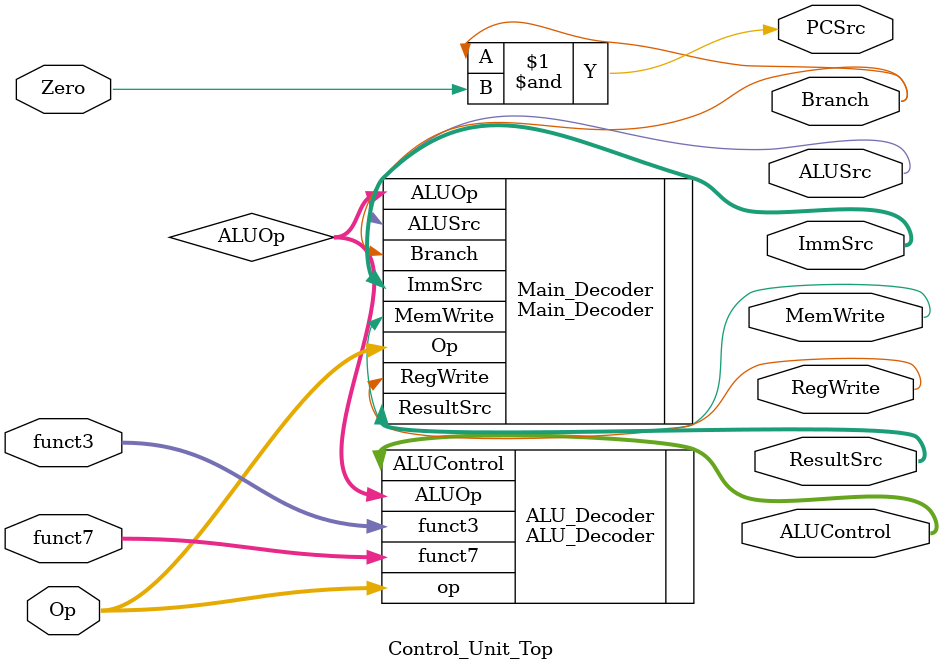
<source format=v>
module Control_Unit_Top(Op, RegWrite, ImmSrc, ALUSrc, MemWrite, ResultSrc, Branch, PCSrc, funct3, funct7, Zero, ALUControl);
    input [6:0] Op, funct7;
    input [2:0] funct3;
    input Zero;
    output RegWrite, ALUSrc, MemWrite, Branch, PCSrc;
    output [1:0] ImmSrc, ResultSrc;
    output [2:0] ALUControl;

    wire [1:0] ALUOp;

    Main_Decoder Main_Decoder(
        .Op(Op),
        .RegWrite(RegWrite),
        .ImmSrc(ImmSrc),
        .MemWrite(MemWrite),
        .ResultSrc(ResultSrc),
        .Branch(Branch),
        .ALUSrc(ALUSrc),
        .ALUOp(ALUOp)
    );

    ALU_Decoder ALU_Decoder(
        .ALUOp(ALUOp),
        .funct3(funct3),
        .funct7(funct7),
        .op(Op),
        .ALUControl(ALUControl)
    );

    assign PCSrc = Branch & Zero;
endmodule

</source>
